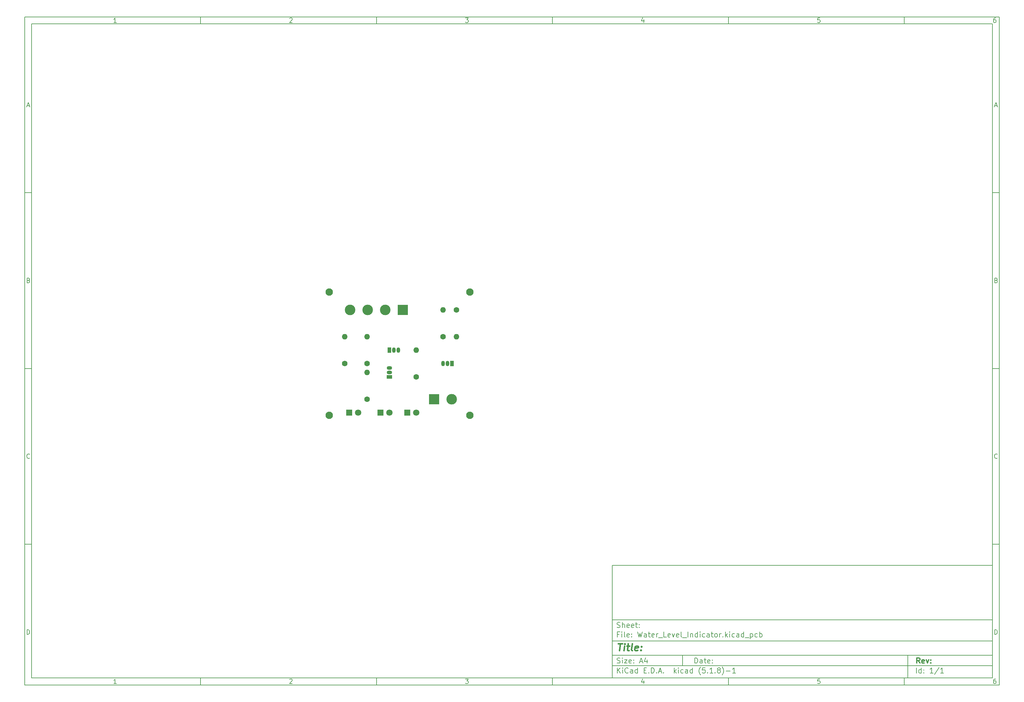
<source format=gbs>
%TF.GenerationSoftware,KiCad,Pcbnew,(5.1.8)-1*%
%TF.CreationDate,2021-07-18T21:15:28-07:00*%
%TF.ProjectId,Water_Level_Indicator,57617465-725f-44c6-9576-656c5f496e64,rev?*%
%TF.SameCoordinates,Original*%
%TF.FileFunction,Soldermask,Bot*%
%TF.FilePolarity,Negative*%
%FSLAX46Y46*%
G04 Gerber Fmt 4.6, Leading zero omitted, Abs format (unit mm)*
G04 Created by KiCad (PCBNEW (5.1.8)-1) date 2021-07-18 21:15:28*
%MOMM*%
%LPD*%
G01*
G04 APERTURE LIST*
%ADD10C,0.100000*%
%ADD11C,0.150000*%
%ADD12C,0.300000*%
%ADD13C,0.400000*%
%ADD14C,2.100000*%
%ADD15R,1.800000X1.800000*%
%ADD16C,1.800000*%
%ADD17R,3.000000X3.000000*%
%ADD18C,3.000000*%
%ADD19O,1.500000X1.050000*%
%ADD20R,1.500000X1.050000*%
%ADD21R,1.050000X1.500000*%
%ADD22O,1.050000X1.500000*%
%ADD23O,1.600000X1.600000*%
%ADD24C,1.600000*%
G04 APERTURE END LIST*
D10*
D11*
X177002200Y-166007200D02*
X177002200Y-198007200D01*
X285002200Y-198007200D01*
X285002200Y-166007200D01*
X177002200Y-166007200D01*
D10*
D11*
X10000000Y-10000000D02*
X10000000Y-200007200D01*
X287002200Y-200007200D01*
X287002200Y-10000000D01*
X10000000Y-10000000D01*
D10*
D11*
X12000000Y-12000000D02*
X12000000Y-198007200D01*
X285002200Y-198007200D01*
X285002200Y-12000000D01*
X12000000Y-12000000D01*
D10*
D11*
X60000000Y-12000000D02*
X60000000Y-10000000D01*
D10*
D11*
X110000000Y-12000000D02*
X110000000Y-10000000D01*
D10*
D11*
X160000000Y-12000000D02*
X160000000Y-10000000D01*
D10*
D11*
X210000000Y-12000000D02*
X210000000Y-10000000D01*
D10*
D11*
X260000000Y-12000000D02*
X260000000Y-10000000D01*
D10*
D11*
X36065476Y-11588095D02*
X35322619Y-11588095D01*
X35694047Y-11588095D02*
X35694047Y-10288095D01*
X35570238Y-10473809D01*
X35446428Y-10597619D01*
X35322619Y-10659523D01*
D10*
D11*
X85322619Y-10411904D02*
X85384523Y-10350000D01*
X85508333Y-10288095D01*
X85817857Y-10288095D01*
X85941666Y-10350000D01*
X86003571Y-10411904D01*
X86065476Y-10535714D01*
X86065476Y-10659523D01*
X86003571Y-10845238D01*
X85260714Y-11588095D01*
X86065476Y-11588095D01*
D10*
D11*
X135260714Y-10288095D02*
X136065476Y-10288095D01*
X135632142Y-10783333D01*
X135817857Y-10783333D01*
X135941666Y-10845238D01*
X136003571Y-10907142D01*
X136065476Y-11030952D01*
X136065476Y-11340476D01*
X136003571Y-11464285D01*
X135941666Y-11526190D01*
X135817857Y-11588095D01*
X135446428Y-11588095D01*
X135322619Y-11526190D01*
X135260714Y-11464285D01*
D10*
D11*
X185941666Y-10721428D02*
X185941666Y-11588095D01*
X185632142Y-10226190D02*
X185322619Y-11154761D01*
X186127380Y-11154761D01*
D10*
D11*
X236003571Y-10288095D02*
X235384523Y-10288095D01*
X235322619Y-10907142D01*
X235384523Y-10845238D01*
X235508333Y-10783333D01*
X235817857Y-10783333D01*
X235941666Y-10845238D01*
X236003571Y-10907142D01*
X236065476Y-11030952D01*
X236065476Y-11340476D01*
X236003571Y-11464285D01*
X235941666Y-11526190D01*
X235817857Y-11588095D01*
X235508333Y-11588095D01*
X235384523Y-11526190D01*
X235322619Y-11464285D01*
D10*
D11*
X285941666Y-10288095D02*
X285694047Y-10288095D01*
X285570238Y-10350000D01*
X285508333Y-10411904D01*
X285384523Y-10597619D01*
X285322619Y-10845238D01*
X285322619Y-11340476D01*
X285384523Y-11464285D01*
X285446428Y-11526190D01*
X285570238Y-11588095D01*
X285817857Y-11588095D01*
X285941666Y-11526190D01*
X286003571Y-11464285D01*
X286065476Y-11340476D01*
X286065476Y-11030952D01*
X286003571Y-10907142D01*
X285941666Y-10845238D01*
X285817857Y-10783333D01*
X285570238Y-10783333D01*
X285446428Y-10845238D01*
X285384523Y-10907142D01*
X285322619Y-11030952D01*
D10*
D11*
X60000000Y-198007200D02*
X60000000Y-200007200D01*
D10*
D11*
X110000000Y-198007200D02*
X110000000Y-200007200D01*
D10*
D11*
X160000000Y-198007200D02*
X160000000Y-200007200D01*
D10*
D11*
X210000000Y-198007200D02*
X210000000Y-200007200D01*
D10*
D11*
X260000000Y-198007200D02*
X260000000Y-200007200D01*
D10*
D11*
X36065476Y-199595295D02*
X35322619Y-199595295D01*
X35694047Y-199595295D02*
X35694047Y-198295295D01*
X35570238Y-198481009D01*
X35446428Y-198604819D01*
X35322619Y-198666723D01*
D10*
D11*
X85322619Y-198419104D02*
X85384523Y-198357200D01*
X85508333Y-198295295D01*
X85817857Y-198295295D01*
X85941666Y-198357200D01*
X86003571Y-198419104D01*
X86065476Y-198542914D01*
X86065476Y-198666723D01*
X86003571Y-198852438D01*
X85260714Y-199595295D01*
X86065476Y-199595295D01*
D10*
D11*
X135260714Y-198295295D02*
X136065476Y-198295295D01*
X135632142Y-198790533D01*
X135817857Y-198790533D01*
X135941666Y-198852438D01*
X136003571Y-198914342D01*
X136065476Y-199038152D01*
X136065476Y-199347676D01*
X136003571Y-199471485D01*
X135941666Y-199533390D01*
X135817857Y-199595295D01*
X135446428Y-199595295D01*
X135322619Y-199533390D01*
X135260714Y-199471485D01*
D10*
D11*
X185941666Y-198728628D02*
X185941666Y-199595295D01*
X185632142Y-198233390D02*
X185322619Y-199161961D01*
X186127380Y-199161961D01*
D10*
D11*
X236003571Y-198295295D02*
X235384523Y-198295295D01*
X235322619Y-198914342D01*
X235384523Y-198852438D01*
X235508333Y-198790533D01*
X235817857Y-198790533D01*
X235941666Y-198852438D01*
X236003571Y-198914342D01*
X236065476Y-199038152D01*
X236065476Y-199347676D01*
X236003571Y-199471485D01*
X235941666Y-199533390D01*
X235817857Y-199595295D01*
X235508333Y-199595295D01*
X235384523Y-199533390D01*
X235322619Y-199471485D01*
D10*
D11*
X285941666Y-198295295D02*
X285694047Y-198295295D01*
X285570238Y-198357200D01*
X285508333Y-198419104D01*
X285384523Y-198604819D01*
X285322619Y-198852438D01*
X285322619Y-199347676D01*
X285384523Y-199471485D01*
X285446428Y-199533390D01*
X285570238Y-199595295D01*
X285817857Y-199595295D01*
X285941666Y-199533390D01*
X286003571Y-199471485D01*
X286065476Y-199347676D01*
X286065476Y-199038152D01*
X286003571Y-198914342D01*
X285941666Y-198852438D01*
X285817857Y-198790533D01*
X285570238Y-198790533D01*
X285446428Y-198852438D01*
X285384523Y-198914342D01*
X285322619Y-199038152D01*
D10*
D11*
X10000000Y-60000000D02*
X12000000Y-60000000D01*
D10*
D11*
X10000000Y-110000000D02*
X12000000Y-110000000D01*
D10*
D11*
X10000000Y-160000000D02*
X12000000Y-160000000D01*
D10*
D11*
X10690476Y-35216666D02*
X11309523Y-35216666D01*
X10566666Y-35588095D02*
X11000000Y-34288095D01*
X11433333Y-35588095D01*
D10*
D11*
X11092857Y-84907142D02*
X11278571Y-84969047D01*
X11340476Y-85030952D01*
X11402380Y-85154761D01*
X11402380Y-85340476D01*
X11340476Y-85464285D01*
X11278571Y-85526190D01*
X11154761Y-85588095D01*
X10659523Y-85588095D01*
X10659523Y-84288095D01*
X11092857Y-84288095D01*
X11216666Y-84350000D01*
X11278571Y-84411904D01*
X11340476Y-84535714D01*
X11340476Y-84659523D01*
X11278571Y-84783333D01*
X11216666Y-84845238D01*
X11092857Y-84907142D01*
X10659523Y-84907142D01*
D10*
D11*
X11402380Y-135464285D02*
X11340476Y-135526190D01*
X11154761Y-135588095D01*
X11030952Y-135588095D01*
X10845238Y-135526190D01*
X10721428Y-135402380D01*
X10659523Y-135278571D01*
X10597619Y-135030952D01*
X10597619Y-134845238D01*
X10659523Y-134597619D01*
X10721428Y-134473809D01*
X10845238Y-134350000D01*
X11030952Y-134288095D01*
X11154761Y-134288095D01*
X11340476Y-134350000D01*
X11402380Y-134411904D01*
D10*
D11*
X10659523Y-185588095D02*
X10659523Y-184288095D01*
X10969047Y-184288095D01*
X11154761Y-184350000D01*
X11278571Y-184473809D01*
X11340476Y-184597619D01*
X11402380Y-184845238D01*
X11402380Y-185030952D01*
X11340476Y-185278571D01*
X11278571Y-185402380D01*
X11154761Y-185526190D01*
X10969047Y-185588095D01*
X10659523Y-185588095D01*
D10*
D11*
X287002200Y-60000000D02*
X285002200Y-60000000D01*
D10*
D11*
X287002200Y-110000000D02*
X285002200Y-110000000D01*
D10*
D11*
X287002200Y-160000000D02*
X285002200Y-160000000D01*
D10*
D11*
X285692676Y-35216666D02*
X286311723Y-35216666D01*
X285568866Y-35588095D02*
X286002200Y-34288095D01*
X286435533Y-35588095D01*
D10*
D11*
X286095057Y-84907142D02*
X286280771Y-84969047D01*
X286342676Y-85030952D01*
X286404580Y-85154761D01*
X286404580Y-85340476D01*
X286342676Y-85464285D01*
X286280771Y-85526190D01*
X286156961Y-85588095D01*
X285661723Y-85588095D01*
X285661723Y-84288095D01*
X286095057Y-84288095D01*
X286218866Y-84350000D01*
X286280771Y-84411904D01*
X286342676Y-84535714D01*
X286342676Y-84659523D01*
X286280771Y-84783333D01*
X286218866Y-84845238D01*
X286095057Y-84907142D01*
X285661723Y-84907142D01*
D10*
D11*
X286404580Y-135464285D02*
X286342676Y-135526190D01*
X286156961Y-135588095D01*
X286033152Y-135588095D01*
X285847438Y-135526190D01*
X285723628Y-135402380D01*
X285661723Y-135278571D01*
X285599819Y-135030952D01*
X285599819Y-134845238D01*
X285661723Y-134597619D01*
X285723628Y-134473809D01*
X285847438Y-134350000D01*
X286033152Y-134288095D01*
X286156961Y-134288095D01*
X286342676Y-134350000D01*
X286404580Y-134411904D01*
D10*
D11*
X285661723Y-185588095D02*
X285661723Y-184288095D01*
X285971247Y-184288095D01*
X286156961Y-184350000D01*
X286280771Y-184473809D01*
X286342676Y-184597619D01*
X286404580Y-184845238D01*
X286404580Y-185030952D01*
X286342676Y-185278571D01*
X286280771Y-185402380D01*
X286156961Y-185526190D01*
X285971247Y-185588095D01*
X285661723Y-185588095D01*
D10*
D11*
X200434342Y-193785771D02*
X200434342Y-192285771D01*
X200791485Y-192285771D01*
X201005771Y-192357200D01*
X201148628Y-192500057D01*
X201220057Y-192642914D01*
X201291485Y-192928628D01*
X201291485Y-193142914D01*
X201220057Y-193428628D01*
X201148628Y-193571485D01*
X201005771Y-193714342D01*
X200791485Y-193785771D01*
X200434342Y-193785771D01*
X202577200Y-193785771D02*
X202577200Y-193000057D01*
X202505771Y-192857200D01*
X202362914Y-192785771D01*
X202077200Y-192785771D01*
X201934342Y-192857200D01*
X202577200Y-193714342D02*
X202434342Y-193785771D01*
X202077200Y-193785771D01*
X201934342Y-193714342D01*
X201862914Y-193571485D01*
X201862914Y-193428628D01*
X201934342Y-193285771D01*
X202077200Y-193214342D01*
X202434342Y-193214342D01*
X202577200Y-193142914D01*
X203077200Y-192785771D02*
X203648628Y-192785771D01*
X203291485Y-192285771D02*
X203291485Y-193571485D01*
X203362914Y-193714342D01*
X203505771Y-193785771D01*
X203648628Y-193785771D01*
X204720057Y-193714342D02*
X204577200Y-193785771D01*
X204291485Y-193785771D01*
X204148628Y-193714342D01*
X204077200Y-193571485D01*
X204077200Y-193000057D01*
X204148628Y-192857200D01*
X204291485Y-192785771D01*
X204577200Y-192785771D01*
X204720057Y-192857200D01*
X204791485Y-193000057D01*
X204791485Y-193142914D01*
X204077200Y-193285771D01*
X205434342Y-193642914D02*
X205505771Y-193714342D01*
X205434342Y-193785771D01*
X205362914Y-193714342D01*
X205434342Y-193642914D01*
X205434342Y-193785771D01*
X205434342Y-192857200D02*
X205505771Y-192928628D01*
X205434342Y-193000057D01*
X205362914Y-192928628D01*
X205434342Y-192857200D01*
X205434342Y-193000057D01*
D10*
D11*
X177002200Y-194507200D02*
X285002200Y-194507200D01*
D10*
D11*
X178434342Y-196585771D02*
X178434342Y-195085771D01*
X179291485Y-196585771D02*
X178648628Y-195728628D01*
X179291485Y-195085771D02*
X178434342Y-195942914D01*
X179934342Y-196585771D02*
X179934342Y-195585771D01*
X179934342Y-195085771D02*
X179862914Y-195157200D01*
X179934342Y-195228628D01*
X180005771Y-195157200D01*
X179934342Y-195085771D01*
X179934342Y-195228628D01*
X181505771Y-196442914D02*
X181434342Y-196514342D01*
X181220057Y-196585771D01*
X181077200Y-196585771D01*
X180862914Y-196514342D01*
X180720057Y-196371485D01*
X180648628Y-196228628D01*
X180577200Y-195942914D01*
X180577200Y-195728628D01*
X180648628Y-195442914D01*
X180720057Y-195300057D01*
X180862914Y-195157200D01*
X181077200Y-195085771D01*
X181220057Y-195085771D01*
X181434342Y-195157200D01*
X181505771Y-195228628D01*
X182791485Y-196585771D02*
X182791485Y-195800057D01*
X182720057Y-195657200D01*
X182577200Y-195585771D01*
X182291485Y-195585771D01*
X182148628Y-195657200D01*
X182791485Y-196514342D02*
X182648628Y-196585771D01*
X182291485Y-196585771D01*
X182148628Y-196514342D01*
X182077200Y-196371485D01*
X182077200Y-196228628D01*
X182148628Y-196085771D01*
X182291485Y-196014342D01*
X182648628Y-196014342D01*
X182791485Y-195942914D01*
X184148628Y-196585771D02*
X184148628Y-195085771D01*
X184148628Y-196514342D02*
X184005771Y-196585771D01*
X183720057Y-196585771D01*
X183577200Y-196514342D01*
X183505771Y-196442914D01*
X183434342Y-196300057D01*
X183434342Y-195871485D01*
X183505771Y-195728628D01*
X183577200Y-195657200D01*
X183720057Y-195585771D01*
X184005771Y-195585771D01*
X184148628Y-195657200D01*
X186005771Y-195800057D02*
X186505771Y-195800057D01*
X186720057Y-196585771D02*
X186005771Y-196585771D01*
X186005771Y-195085771D01*
X186720057Y-195085771D01*
X187362914Y-196442914D02*
X187434342Y-196514342D01*
X187362914Y-196585771D01*
X187291485Y-196514342D01*
X187362914Y-196442914D01*
X187362914Y-196585771D01*
X188077200Y-196585771D02*
X188077200Y-195085771D01*
X188434342Y-195085771D01*
X188648628Y-195157200D01*
X188791485Y-195300057D01*
X188862914Y-195442914D01*
X188934342Y-195728628D01*
X188934342Y-195942914D01*
X188862914Y-196228628D01*
X188791485Y-196371485D01*
X188648628Y-196514342D01*
X188434342Y-196585771D01*
X188077200Y-196585771D01*
X189577200Y-196442914D02*
X189648628Y-196514342D01*
X189577200Y-196585771D01*
X189505771Y-196514342D01*
X189577200Y-196442914D01*
X189577200Y-196585771D01*
X190220057Y-196157200D02*
X190934342Y-196157200D01*
X190077200Y-196585771D02*
X190577200Y-195085771D01*
X191077200Y-196585771D01*
X191577200Y-196442914D02*
X191648628Y-196514342D01*
X191577200Y-196585771D01*
X191505771Y-196514342D01*
X191577200Y-196442914D01*
X191577200Y-196585771D01*
X194577200Y-196585771D02*
X194577200Y-195085771D01*
X194720057Y-196014342D02*
X195148628Y-196585771D01*
X195148628Y-195585771D02*
X194577200Y-196157200D01*
X195791485Y-196585771D02*
X195791485Y-195585771D01*
X195791485Y-195085771D02*
X195720057Y-195157200D01*
X195791485Y-195228628D01*
X195862914Y-195157200D01*
X195791485Y-195085771D01*
X195791485Y-195228628D01*
X197148628Y-196514342D02*
X197005771Y-196585771D01*
X196720057Y-196585771D01*
X196577200Y-196514342D01*
X196505771Y-196442914D01*
X196434342Y-196300057D01*
X196434342Y-195871485D01*
X196505771Y-195728628D01*
X196577200Y-195657200D01*
X196720057Y-195585771D01*
X197005771Y-195585771D01*
X197148628Y-195657200D01*
X198434342Y-196585771D02*
X198434342Y-195800057D01*
X198362914Y-195657200D01*
X198220057Y-195585771D01*
X197934342Y-195585771D01*
X197791485Y-195657200D01*
X198434342Y-196514342D02*
X198291485Y-196585771D01*
X197934342Y-196585771D01*
X197791485Y-196514342D01*
X197720057Y-196371485D01*
X197720057Y-196228628D01*
X197791485Y-196085771D01*
X197934342Y-196014342D01*
X198291485Y-196014342D01*
X198434342Y-195942914D01*
X199791485Y-196585771D02*
X199791485Y-195085771D01*
X199791485Y-196514342D02*
X199648628Y-196585771D01*
X199362914Y-196585771D01*
X199220057Y-196514342D01*
X199148628Y-196442914D01*
X199077200Y-196300057D01*
X199077200Y-195871485D01*
X199148628Y-195728628D01*
X199220057Y-195657200D01*
X199362914Y-195585771D01*
X199648628Y-195585771D01*
X199791485Y-195657200D01*
X202077200Y-197157200D02*
X202005771Y-197085771D01*
X201862914Y-196871485D01*
X201791485Y-196728628D01*
X201720057Y-196514342D01*
X201648628Y-196157200D01*
X201648628Y-195871485D01*
X201720057Y-195514342D01*
X201791485Y-195300057D01*
X201862914Y-195157200D01*
X202005771Y-194942914D01*
X202077200Y-194871485D01*
X203362914Y-195085771D02*
X202648628Y-195085771D01*
X202577200Y-195800057D01*
X202648628Y-195728628D01*
X202791485Y-195657200D01*
X203148628Y-195657200D01*
X203291485Y-195728628D01*
X203362914Y-195800057D01*
X203434342Y-195942914D01*
X203434342Y-196300057D01*
X203362914Y-196442914D01*
X203291485Y-196514342D01*
X203148628Y-196585771D01*
X202791485Y-196585771D01*
X202648628Y-196514342D01*
X202577200Y-196442914D01*
X204077200Y-196442914D02*
X204148628Y-196514342D01*
X204077200Y-196585771D01*
X204005771Y-196514342D01*
X204077200Y-196442914D01*
X204077200Y-196585771D01*
X205577200Y-196585771D02*
X204720057Y-196585771D01*
X205148628Y-196585771D02*
X205148628Y-195085771D01*
X205005771Y-195300057D01*
X204862914Y-195442914D01*
X204720057Y-195514342D01*
X206220057Y-196442914D02*
X206291485Y-196514342D01*
X206220057Y-196585771D01*
X206148628Y-196514342D01*
X206220057Y-196442914D01*
X206220057Y-196585771D01*
X207148628Y-195728628D02*
X207005771Y-195657200D01*
X206934342Y-195585771D01*
X206862914Y-195442914D01*
X206862914Y-195371485D01*
X206934342Y-195228628D01*
X207005771Y-195157200D01*
X207148628Y-195085771D01*
X207434342Y-195085771D01*
X207577200Y-195157200D01*
X207648628Y-195228628D01*
X207720057Y-195371485D01*
X207720057Y-195442914D01*
X207648628Y-195585771D01*
X207577200Y-195657200D01*
X207434342Y-195728628D01*
X207148628Y-195728628D01*
X207005771Y-195800057D01*
X206934342Y-195871485D01*
X206862914Y-196014342D01*
X206862914Y-196300057D01*
X206934342Y-196442914D01*
X207005771Y-196514342D01*
X207148628Y-196585771D01*
X207434342Y-196585771D01*
X207577200Y-196514342D01*
X207648628Y-196442914D01*
X207720057Y-196300057D01*
X207720057Y-196014342D01*
X207648628Y-195871485D01*
X207577200Y-195800057D01*
X207434342Y-195728628D01*
X208220057Y-197157200D02*
X208291485Y-197085771D01*
X208434342Y-196871485D01*
X208505771Y-196728628D01*
X208577200Y-196514342D01*
X208648628Y-196157200D01*
X208648628Y-195871485D01*
X208577200Y-195514342D01*
X208505771Y-195300057D01*
X208434342Y-195157200D01*
X208291485Y-194942914D01*
X208220057Y-194871485D01*
X209362914Y-196014342D02*
X210505771Y-196014342D01*
X212005771Y-196585771D02*
X211148628Y-196585771D01*
X211577200Y-196585771D02*
X211577200Y-195085771D01*
X211434342Y-195300057D01*
X211291485Y-195442914D01*
X211148628Y-195514342D01*
D10*
D11*
X177002200Y-191507200D02*
X285002200Y-191507200D01*
D10*
D12*
X264411485Y-193785771D02*
X263911485Y-193071485D01*
X263554342Y-193785771D02*
X263554342Y-192285771D01*
X264125771Y-192285771D01*
X264268628Y-192357200D01*
X264340057Y-192428628D01*
X264411485Y-192571485D01*
X264411485Y-192785771D01*
X264340057Y-192928628D01*
X264268628Y-193000057D01*
X264125771Y-193071485D01*
X263554342Y-193071485D01*
X265625771Y-193714342D02*
X265482914Y-193785771D01*
X265197200Y-193785771D01*
X265054342Y-193714342D01*
X264982914Y-193571485D01*
X264982914Y-193000057D01*
X265054342Y-192857200D01*
X265197200Y-192785771D01*
X265482914Y-192785771D01*
X265625771Y-192857200D01*
X265697200Y-193000057D01*
X265697200Y-193142914D01*
X264982914Y-193285771D01*
X266197200Y-192785771D02*
X266554342Y-193785771D01*
X266911485Y-192785771D01*
X267482914Y-193642914D02*
X267554342Y-193714342D01*
X267482914Y-193785771D01*
X267411485Y-193714342D01*
X267482914Y-193642914D01*
X267482914Y-193785771D01*
X267482914Y-192857200D02*
X267554342Y-192928628D01*
X267482914Y-193000057D01*
X267411485Y-192928628D01*
X267482914Y-192857200D01*
X267482914Y-193000057D01*
D10*
D11*
X178362914Y-193714342D02*
X178577200Y-193785771D01*
X178934342Y-193785771D01*
X179077200Y-193714342D01*
X179148628Y-193642914D01*
X179220057Y-193500057D01*
X179220057Y-193357200D01*
X179148628Y-193214342D01*
X179077200Y-193142914D01*
X178934342Y-193071485D01*
X178648628Y-193000057D01*
X178505771Y-192928628D01*
X178434342Y-192857200D01*
X178362914Y-192714342D01*
X178362914Y-192571485D01*
X178434342Y-192428628D01*
X178505771Y-192357200D01*
X178648628Y-192285771D01*
X179005771Y-192285771D01*
X179220057Y-192357200D01*
X179862914Y-193785771D02*
X179862914Y-192785771D01*
X179862914Y-192285771D02*
X179791485Y-192357200D01*
X179862914Y-192428628D01*
X179934342Y-192357200D01*
X179862914Y-192285771D01*
X179862914Y-192428628D01*
X180434342Y-192785771D02*
X181220057Y-192785771D01*
X180434342Y-193785771D01*
X181220057Y-193785771D01*
X182362914Y-193714342D02*
X182220057Y-193785771D01*
X181934342Y-193785771D01*
X181791485Y-193714342D01*
X181720057Y-193571485D01*
X181720057Y-193000057D01*
X181791485Y-192857200D01*
X181934342Y-192785771D01*
X182220057Y-192785771D01*
X182362914Y-192857200D01*
X182434342Y-193000057D01*
X182434342Y-193142914D01*
X181720057Y-193285771D01*
X183077200Y-193642914D02*
X183148628Y-193714342D01*
X183077200Y-193785771D01*
X183005771Y-193714342D01*
X183077200Y-193642914D01*
X183077200Y-193785771D01*
X183077200Y-192857200D02*
X183148628Y-192928628D01*
X183077200Y-193000057D01*
X183005771Y-192928628D01*
X183077200Y-192857200D01*
X183077200Y-193000057D01*
X184862914Y-193357200D02*
X185577200Y-193357200D01*
X184720057Y-193785771D02*
X185220057Y-192285771D01*
X185720057Y-193785771D01*
X186862914Y-192785771D02*
X186862914Y-193785771D01*
X186505771Y-192214342D02*
X186148628Y-193285771D01*
X187077200Y-193285771D01*
D10*
D11*
X263434342Y-196585771D02*
X263434342Y-195085771D01*
X264791485Y-196585771D02*
X264791485Y-195085771D01*
X264791485Y-196514342D02*
X264648628Y-196585771D01*
X264362914Y-196585771D01*
X264220057Y-196514342D01*
X264148628Y-196442914D01*
X264077200Y-196300057D01*
X264077200Y-195871485D01*
X264148628Y-195728628D01*
X264220057Y-195657200D01*
X264362914Y-195585771D01*
X264648628Y-195585771D01*
X264791485Y-195657200D01*
X265505771Y-196442914D02*
X265577200Y-196514342D01*
X265505771Y-196585771D01*
X265434342Y-196514342D01*
X265505771Y-196442914D01*
X265505771Y-196585771D01*
X265505771Y-195657200D02*
X265577200Y-195728628D01*
X265505771Y-195800057D01*
X265434342Y-195728628D01*
X265505771Y-195657200D01*
X265505771Y-195800057D01*
X268148628Y-196585771D02*
X267291485Y-196585771D01*
X267720057Y-196585771D02*
X267720057Y-195085771D01*
X267577200Y-195300057D01*
X267434342Y-195442914D01*
X267291485Y-195514342D01*
X269862914Y-195014342D02*
X268577200Y-196942914D01*
X271148628Y-196585771D02*
X270291485Y-196585771D01*
X270720057Y-196585771D02*
X270720057Y-195085771D01*
X270577200Y-195300057D01*
X270434342Y-195442914D01*
X270291485Y-195514342D01*
D10*
D11*
X177002200Y-187507200D02*
X285002200Y-187507200D01*
D10*
D13*
X178714580Y-188211961D02*
X179857438Y-188211961D01*
X179036009Y-190211961D02*
X179286009Y-188211961D01*
X180274104Y-190211961D02*
X180440771Y-188878628D01*
X180524104Y-188211961D02*
X180416961Y-188307200D01*
X180500295Y-188402438D01*
X180607438Y-188307200D01*
X180524104Y-188211961D01*
X180500295Y-188402438D01*
X181107438Y-188878628D02*
X181869342Y-188878628D01*
X181476485Y-188211961D02*
X181262200Y-189926247D01*
X181333628Y-190116723D01*
X181512200Y-190211961D01*
X181702676Y-190211961D01*
X182655057Y-190211961D02*
X182476485Y-190116723D01*
X182405057Y-189926247D01*
X182619342Y-188211961D01*
X184190771Y-190116723D02*
X183988390Y-190211961D01*
X183607438Y-190211961D01*
X183428866Y-190116723D01*
X183357438Y-189926247D01*
X183452676Y-189164342D01*
X183571723Y-188973866D01*
X183774104Y-188878628D01*
X184155057Y-188878628D01*
X184333628Y-188973866D01*
X184405057Y-189164342D01*
X184381247Y-189354819D01*
X183405057Y-189545295D01*
X185155057Y-190021485D02*
X185238390Y-190116723D01*
X185131247Y-190211961D01*
X185047914Y-190116723D01*
X185155057Y-190021485D01*
X185131247Y-190211961D01*
X185286009Y-188973866D02*
X185369342Y-189069104D01*
X185262200Y-189164342D01*
X185178866Y-189069104D01*
X185286009Y-188973866D01*
X185262200Y-189164342D01*
D10*
D11*
X178934342Y-185600057D02*
X178434342Y-185600057D01*
X178434342Y-186385771D02*
X178434342Y-184885771D01*
X179148628Y-184885771D01*
X179720057Y-186385771D02*
X179720057Y-185385771D01*
X179720057Y-184885771D02*
X179648628Y-184957200D01*
X179720057Y-185028628D01*
X179791485Y-184957200D01*
X179720057Y-184885771D01*
X179720057Y-185028628D01*
X180648628Y-186385771D02*
X180505771Y-186314342D01*
X180434342Y-186171485D01*
X180434342Y-184885771D01*
X181791485Y-186314342D02*
X181648628Y-186385771D01*
X181362914Y-186385771D01*
X181220057Y-186314342D01*
X181148628Y-186171485D01*
X181148628Y-185600057D01*
X181220057Y-185457200D01*
X181362914Y-185385771D01*
X181648628Y-185385771D01*
X181791485Y-185457200D01*
X181862914Y-185600057D01*
X181862914Y-185742914D01*
X181148628Y-185885771D01*
X182505771Y-186242914D02*
X182577200Y-186314342D01*
X182505771Y-186385771D01*
X182434342Y-186314342D01*
X182505771Y-186242914D01*
X182505771Y-186385771D01*
X182505771Y-185457200D02*
X182577200Y-185528628D01*
X182505771Y-185600057D01*
X182434342Y-185528628D01*
X182505771Y-185457200D01*
X182505771Y-185600057D01*
X184220057Y-184885771D02*
X184577200Y-186385771D01*
X184862914Y-185314342D01*
X185148628Y-186385771D01*
X185505771Y-184885771D01*
X186720057Y-186385771D02*
X186720057Y-185600057D01*
X186648628Y-185457200D01*
X186505771Y-185385771D01*
X186220057Y-185385771D01*
X186077200Y-185457200D01*
X186720057Y-186314342D02*
X186577200Y-186385771D01*
X186220057Y-186385771D01*
X186077200Y-186314342D01*
X186005771Y-186171485D01*
X186005771Y-186028628D01*
X186077200Y-185885771D01*
X186220057Y-185814342D01*
X186577200Y-185814342D01*
X186720057Y-185742914D01*
X187220057Y-185385771D02*
X187791485Y-185385771D01*
X187434342Y-184885771D02*
X187434342Y-186171485D01*
X187505771Y-186314342D01*
X187648628Y-186385771D01*
X187791485Y-186385771D01*
X188862914Y-186314342D02*
X188720057Y-186385771D01*
X188434342Y-186385771D01*
X188291485Y-186314342D01*
X188220057Y-186171485D01*
X188220057Y-185600057D01*
X188291485Y-185457200D01*
X188434342Y-185385771D01*
X188720057Y-185385771D01*
X188862914Y-185457200D01*
X188934342Y-185600057D01*
X188934342Y-185742914D01*
X188220057Y-185885771D01*
X189577200Y-186385771D02*
X189577200Y-185385771D01*
X189577200Y-185671485D02*
X189648628Y-185528628D01*
X189720057Y-185457200D01*
X189862914Y-185385771D01*
X190005771Y-185385771D01*
X190148628Y-186528628D02*
X191291485Y-186528628D01*
X192362914Y-186385771D02*
X191648628Y-186385771D01*
X191648628Y-184885771D01*
X193434342Y-186314342D02*
X193291485Y-186385771D01*
X193005771Y-186385771D01*
X192862914Y-186314342D01*
X192791485Y-186171485D01*
X192791485Y-185600057D01*
X192862914Y-185457200D01*
X193005771Y-185385771D01*
X193291485Y-185385771D01*
X193434342Y-185457200D01*
X193505771Y-185600057D01*
X193505771Y-185742914D01*
X192791485Y-185885771D01*
X194005771Y-185385771D02*
X194362914Y-186385771D01*
X194720057Y-185385771D01*
X195862914Y-186314342D02*
X195720057Y-186385771D01*
X195434342Y-186385771D01*
X195291485Y-186314342D01*
X195220057Y-186171485D01*
X195220057Y-185600057D01*
X195291485Y-185457200D01*
X195434342Y-185385771D01*
X195720057Y-185385771D01*
X195862914Y-185457200D01*
X195934342Y-185600057D01*
X195934342Y-185742914D01*
X195220057Y-185885771D01*
X196791485Y-186385771D02*
X196648628Y-186314342D01*
X196577200Y-186171485D01*
X196577200Y-184885771D01*
X197005771Y-186528628D02*
X198148628Y-186528628D01*
X198505771Y-186385771D02*
X198505771Y-184885771D01*
X199220057Y-185385771D02*
X199220057Y-186385771D01*
X199220057Y-185528628D02*
X199291485Y-185457200D01*
X199434342Y-185385771D01*
X199648628Y-185385771D01*
X199791485Y-185457200D01*
X199862914Y-185600057D01*
X199862914Y-186385771D01*
X201220057Y-186385771D02*
X201220057Y-184885771D01*
X201220057Y-186314342D02*
X201077200Y-186385771D01*
X200791485Y-186385771D01*
X200648628Y-186314342D01*
X200577200Y-186242914D01*
X200505771Y-186100057D01*
X200505771Y-185671485D01*
X200577200Y-185528628D01*
X200648628Y-185457200D01*
X200791485Y-185385771D01*
X201077200Y-185385771D01*
X201220057Y-185457200D01*
X201934342Y-186385771D02*
X201934342Y-185385771D01*
X201934342Y-184885771D02*
X201862914Y-184957200D01*
X201934342Y-185028628D01*
X202005771Y-184957200D01*
X201934342Y-184885771D01*
X201934342Y-185028628D01*
X203291485Y-186314342D02*
X203148628Y-186385771D01*
X202862914Y-186385771D01*
X202720057Y-186314342D01*
X202648628Y-186242914D01*
X202577200Y-186100057D01*
X202577200Y-185671485D01*
X202648628Y-185528628D01*
X202720057Y-185457200D01*
X202862914Y-185385771D01*
X203148628Y-185385771D01*
X203291485Y-185457200D01*
X204577200Y-186385771D02*
X204577200Y-185600057D01*
X204505771Y-185457200D01*
X204362914Y-185385771D01*
X204077200Y-185385771D01*
X203934342Y-185457200D01*
X204577200Y-186314342D02*
X204434342Y-186385771D01*
X204077200Y-186385771D01*
X203934342Y-186314342D01*
X203862914Y-186171485D01*
X203862914Y-186028628D01*
X203934342Y-185885771D01*
X204077200Y-185814342D01*
X204434342Y-185814342D01*
X204577200Y-185742914D01*
X205077200Y-185385771D02*
X205648628Y-185385771D01*
X205291485Y-184885771D02*
X205291485Y-186171485D01*
X205362914Y-186314342D01*
X205505771Y-186385771D01*
X205648628Y-186385771D01*
X206362914Y-186385771D02*
X206220057Y-186314342D01*
X206148628Y-186242914D01*
X206077200Y-186100057D01*
X206077200Y-185671485D01*
X206148628Y-185528628D01*
X206220057Y-185457200D01*
X206362914Y-185385771D01*
X206577200Y-185385771D01*
X206720057Y-185457200D01*
X206791485Y-185528628D01*
X206862914Y-185671485D01*
X206862914Y-186100057D01*
X206791485Y-186242914D01*
X206720057Y-186314342D01*
X206577200Y-186385771D01*
X206362914Y-186385771D01*
X207505771Y-186385771D02*
X207505771Y-185385771D01*
X207505771Y-185671485D02*
X207577200Y-185528628D01*
X207648628Y-185457200D01*
X207791485Y-185385771D01*
X207934342Y-185385771D01*
X208434342Y-186242914D02*
X208505771Y-186314342D01*
X208434342Y-186385771D01*
X208362914Y-186314342D01*
X208434342Y-186242914D01*
X208434342Y-186385771D01*
X209148628Y-186385771D02*
X209148628Y-184885771D01*
X209291485Y-185814342D02*
X209720057Y-186385771D01*
X209720057Y-185385771D02*
X209148628Y-185957200D01*
X210362914Y-186385771D02*
X210362914Y-185385771D01*
X210362914Y-184885771D02*
X210291485Y-184957200D01*
X210362914Y-185028628D01*
X210434342Y-184957200D01*
X210362914Y-184885771D01*
X210362914Y-185028628D01*
X211720057Y-186314342D02*
X211577200Y-186385771D01*
X211291485Y-186385771D01*
X211148628Y-186314342D01*
X211077200Y-186242914D01*
X211005771Y-186100057D01*
X211005771Y-185671485D01*
X211077200Y-185528628D01*
X211148628Y-185457200D01*
X211291485Y-185385771D01*
X211577200Y-185385771D01*
X211720057Y-185457200D01*
X213005771Y-186385771D02*
X213005771Y-185600057D01*
X212934342Y-185457200D01*
X212791485Y-185385771D01*
X212505771Y-185385771D01*
X212362914Y-185457200D01*
X213005771Y-186314342D02*
X212862914Y-186385771D01*
X212505771Y-186385771D01*
X212362914Y-186314342D01*
X212291485Y-186171485D01*
X212291485Y-186028628D01*
X212362914Y-185885771D01*
X212505771Y-185814342D01*
X212862914Y-185814342D01*
X213005771Y-185742914D01*
X214362914Y-186385771D02*
X214362914Y-184885771D01*
X214362914Y-186314342D02*
X214220057Y-186385771D01*
X213934342Y-186385771D01*
X213791485Y-186314342D01*
X213720057Y-186242914D01*
X213648628Y-186100057D01*
X213648628Y-185671485D01*
X213720057Y-185528628D01*
X213791485Y-185457200D01*
X213934342Y-185385771D01*
X214220057Y-185385771D01*
X214362914Y-185457200D01*
X214720057Y-186528628D02*
X215862914Y-186528628D01*
X216220057Y-185385771D02*
X216220057Y-186885771D01*
X216220057Y-185457200D02*
X216362914Y-185385771D01*
X216648628Y-185385771D01*
X216791485Y-185457200D01*
X216862914Y-185528628D01*
X216934342Y-185671485D01*
X216934342Y-186100057D01*
X216862914Y-186242914D01*
X216791485Y-186314342D01*
X216648628Y-186385771D01*
X216362914Y-186385771D01*
X216220057Y-186314342D01*
X218220057Y-186314342D02*
X218077200Y-186385771D01*
X217791485Y-186385771D01*
X217648628Y-186314342D01*
X217577200Y-186242914D01*
X217505771Y-186100057D01*
X217505771Y-185671485D01*
X217577200Y-185528628D01*
X217648628Y-185457200D01*
X217791485Y-185385771D01*
X218077200Y-185385771D01*
X218220057Y-185457200D01*
X218862914Y-186385771D02*
X218862914Y-184885771D01*
X218862914Y-185457200D02*
X219005771Y-185385771D01*
X219291485Y-185385771D01*
X219434342Y-185457200D01*
X219505771Y-185528628D01*
X219577200Y-185671485D01*
X219577200Y-186100057D01*
X219505771Y-186242914D01*
X219434342Y-186314342D01*
X219291485Y-186385771D01*
X219005771Y-186385771D01*
X218862914Y-186314342D01*
D10*
D11*
X177002200Y-181507200D02*
X285002200Y-181507200D01*
D10*
D11*
X178362914Y-183614342D02*
X178577200Y-183685771D01*
X178934342Y-183685771D01*
X179077200Y-183614342D01*
X179148628Y-183542914D01*
X179220057Y-183400057D01*
X179220057Y-183257200D01*
X179148628Y-183114342D01*
X179077200Y-183042914D01*
X178934342Y-182971485D01*
X178648628Y-182900057D01*
X178505771Y-182828628D01*
X178434342Y-182757200D01*
X178362914Y-182614342D01*
X178362914Y-182471485D01*
X178434342Y-182328628D01*
X178505771Y-182257200D01*
X178648628Y-182185771D01*
X179005771Y-182185771D01*
X179220057Y-182257200D01*
X179862914Y-183685771D02*
X179862914Y-182185771D01*
X180505771Y-183685771D02*
X180505771Y-182900057D01*
X180434342Y-182757200D01*
X180291485Y-182685771D01*
X180077200Y-182685771D01*
X179934342Y-182757200D01*
X179862914Y-182828628D01*
X181791485Y-183614342D02*
X181648628Y-183685771D01*
X181362914Y-183685771D01*
X181220057Y-183614342D01*
X181148628Y-183471485D01*
X181148628Y-182900057D01*
X181220057Y-182757200D01*
X181362914Y-182685771D01*
X181648628Y-182685771D01*
X181791485Y-182757200D01*
X181862914Y-182900057D01*
X181862914Y-183042914D01*
X181148628Y-183185771D01*
X183077200Y-183614342D02*
X182934342Y-183685771D01*
X182648628Y-183685771D01*
X182505771Y-183614342D01*
X182434342Y-183471485D01*
X182434342Y-182900057D01*
X182505771Y-182757200D01*
X182648628Y-182685771D01*
X182934342Y-182685771D01*
X183077200Y-182757200D01*
X183148628Y-182900057D01*
X183148628Y-183042914D01*
X182434342Y-183185771D01*
X183577200Y-182685771D02*
X184148628Y-182685771D01*
X183791485Y-182185771D02*
X183791485Y-183471485D01*
X183862914Y-183614342D01*
X184005771Y-183685771D01*
X184148628Y-183685771D01*
X184648628Y-183542914D02*
X184720057Y-183614342D01*
X184648628Y-183685771D01*
X184577200Y-183614342D01*
X184648628Y-183542914D01*
X184648628Y-183685771D01*
X184648628Y-182757200D02*
X184720057Y-182828628D01*
X184648628Y-182900057D01*
X184577200Y-182828628D01*
X184648628Y-182757200D01*
X184648628Y-182900057D01*
D10*
D11*
X197002200Y-191507200D02*
X197002200Y-194507200D01*
D10*
D11*
X261002200Y-191507200D02*
X261002200Y-198007200D01*
D14*
%TO.C,REF\u002A\u002A*%
X136520000Y-123265000D03*
%TD*%
%TO.C,REF\u002A\u002A*%
X96520000Y-123265000D03*
%TD*%
%TO.C,REF\u002A\u002A*%
X136520000Y-88265000D03*
%TD*%
%TO.C,REF\u002A\u002A*%
X96520000Y-88265000D03*
%TD*%
D15*
%TO.C,D1*%
X118740000Y-122555000D03*
D16*
X121280000Y-122555000D03*
%TD*%
%TO.C,D2*%
X113660000Y-122555000D03*
D15*
X111120000Y-122555000D03*
%TD*%
%TO.C,D3*%
X102230000Y-122555000D03*
D16*
X104770000Y-122555000D03*
%TD*%
D17*
%TO.C,J1*%
X117470000Y-93345000D03*
D18*
X112470000Y-93345000D03*
X107470000Y-93345000D03*
X102470000Y-93345000D03*
%TD*%
D17*
%TO.C,J2*%
X126360000Y-118745000D03*
D18*
X131360000Y-118745000D03*
%TD*%
D19*
%TO.C,Q1*%
X113660000Y-111125000D03*
X113660000Y-109855000D03*
D20*
X113660000Y-112395000D03*
%TD*%
D21*
%TO.C,Q2*%
X113660000Y-104775000D03*
D22*
X116200000Y-104775000D03*
X114930000Y-104775000D03*
%TD*%
%TO.C,Q3*%
X130170000Y-108585000D03*
X128900000Y-108585000D03*
D21*
X131440000Y-108585000D03*
%TD*%
D23*
%TO.C,R1*%
X107310000Y-100965000D03*
D24*
X107310000Y-108585000D03*
%TD*%
%TO.C,R2*%
X107310000Y-118745000D03*
D23*
X107310000Y-111125000D03*
%TD*%
%TO.C,R3*%
X100960000Y-100965000D03*
D24*
X100960000Y-108585000D03*
%TD*%
%TO.C,R4*%
X121280000Y-112395000D03*
D23*
X121280000Y-104775000D03*
%TD*%
%TO.C,R5*%
X128900000Y-93345000D03*
D24*
X128900000Y-100965000D03*
%TD*%
%TO.C,R6*%
X132710000Y-93345000D03*
D23*
X132710000Y-100965000D03*
%TD*%
M02*

</source>
